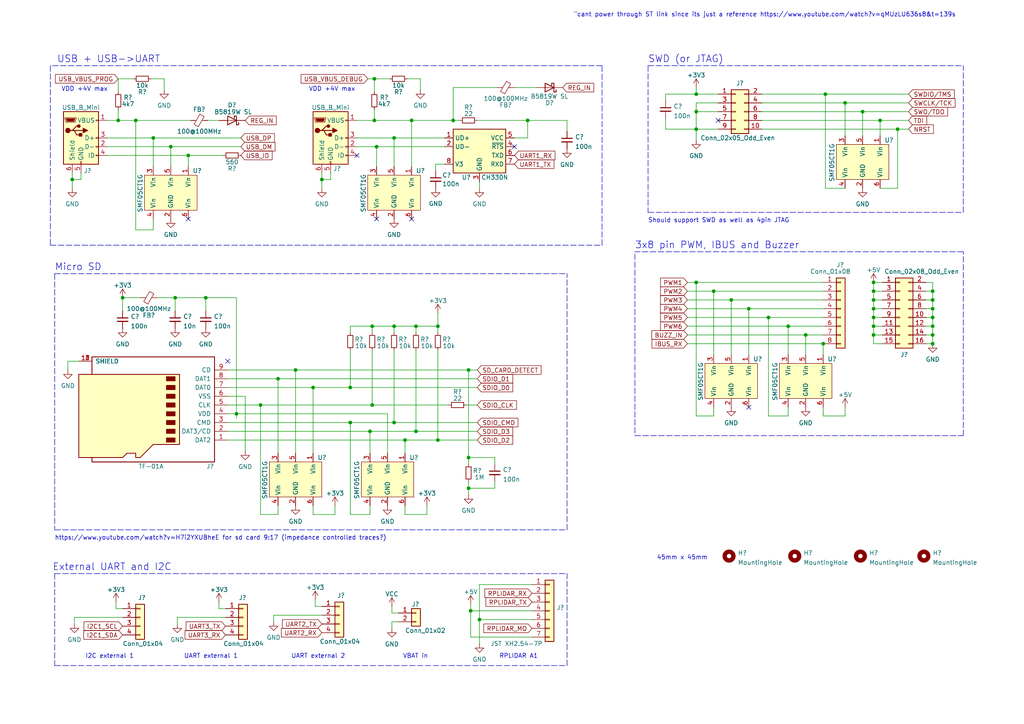
<source format=kicad_sch>
(kicad_sch (version 20211123) (generator eeschema)
  (paper "A4")
  (lib_symbols
    (symbol "CH330N_1"
      (property "Reference" "U" (at -7.62 6.35 0))
      (property "Value" "CH330N_1" (at 7.62 6.35 0))
      (symbol "CH330N_1_1_1"
        (pin bidirectional line (at -10.16 2.54 0) (length 2.54) (name "UD+") (number "1"))
        (pin bidirectional line (at -10.16 0 0) (length 2.54) (name "UD-") (number "2"))
        (pin power_in line (at 0 -10.16 90) (length 2.54) (name "GND") (number "3"))
        (pin output line (at 10.16 0 180) (length 2.54) (name "~{RTS}") (number "4"))
        (pin power_in line (at 10.16 2.54 180) (length 2.54) (name "VCC") (number "5"))
        (pin output line (at 10.16 -2.54 180) (length 2.54) (name "TXD") (number "6"))
        (pin input line (at 10.16 -5.08 180) (length 2.54) (name "RXD") (number "7"))
        (pin passive line (at -10.16 -5.08 0) (length 2.54) (name "V3") (number "8"))
      )
    )
    (symbol "Connector:USB_B_Mini" (pin_names (offset 1.016))
      (property "Reference" "J" (at -5.08 11.43 0))
      (property "Value" "USB_B_Mini" (at -5.08 8.89 0))
      (symbol "USB_B_Mini_1_1"
        (pin power_out line (at 7.62 5.08 180) (length 2.54) (name "VBUS") (number "1"))
        (pin bidirectional line (at 7.62 -2.54 180) (length 2.54) (name "D-") (number "2"))
        (pin bidirectional line (at 7.62 0 180) (length 2.54) (name "D+") (number "3"))
        (pin passive line (at 7.62 -5.08 180) (length 2.54) (name "ID") (number "4"))
        (pin power_out line (at 0 -10.16 90) (length 2.54) (name "GND") (number "5"))
        (pin passive line (at -2.54 -10.16 90) (length 2.54) (name "Shield") (number "6"))
      )
    )
    (symbol "Connector_Generic:Conn_01x02" (pin_names (offset 1.016) hide)
      (property "Reference" "J" (at 0 2.54 0))
      (property "Value" "Conn_01x02" (at 0 -5.08 0))
      (symbol "Conn_01x02_1_1"
        (pin passive line (at -5.08 0 0) (length 3.81) (name "Pin_1") (number "1"))
        (pin passive line (at -5.08 -2.54 0) (length 3.81) (name "Pin_2") (number "2"))
      )
    )
    (symbol "Connector_Generic:Conn_01x04" (pin_names (offset 1.016) hide)
      (property "Reference" "J" (at 0 5.08 0))
      (property "Value" "Conn_01x04" (at 0 -7.62 0))
      (symbol "Conn_01x04_1_1"
        (pin passive line (at -5.08 2.54 0) (length 3.81) (name "Pin_1") (number "1"))
        (pin passive line (at -5.08 0 0) (length 3.81) (name "Pin_2") (number "2"))
        (pin passive line (at -5.08 -2.54 0) (length 3.81) (name "Pin_3") (number "3"))
        (pin passive line (at -5.08 -5.08 0) (length 3.81) (name "Pin_4") (number "4"))
      )
    )
    (symbol "Connector_Generic:Conn_01x07" (pin_names (offset 1.016) hide)
      (property "Reference" "J" (at 0 10.16 0))
      (property "Value" "Conn_01x07" (at 0 -10.16 0))
      (symbol "Conn_01x07_1_1"
        (pin passive line (at -5.08 7.62 0) (length 3.81) (name "Pin_1") (number "1"))
        (pin passive line (at -5.08 5.08 0) (length 3.81) (name "Pin_2") (number "2"))
        (pin passive line (at -5.08 2.54 0) (length 3.81) (name "Pin_3") (number "3"))
        (pin passive line (at -5.08 0 0) (length 3.81) (name "Pin_4") (number "4"))
        (pin passive line (at -5.08 -2.54 0) (length 3.81) (name "Pin_5") (number "5"))
        (pin passive line (at -5.08 -5.08 0) (length 3.81) (name "Pin_6") (number "6"))
        (pin passive line (at -5.08 -7.62 0) (length 3.81) (name "Pin_7") (number "7"))
      )
    )
    (symbol "Connector_Generic:Conn_01x08" (pin_names (offset 1.016) hide)
      (property "Reference" "J" (at 0 10.16 0))
      (property "Value" "Conn_01x08" (at 0 -12.7 0))
      (symbol "Conn_01x08_1_1"
        (pin passive line (at -5.08 7.62 0) (length 3.81) (name "Pin_1") (number "1"))
        (pin passive line (at -5.08 5.08 0) (length 3.81) (name "Pin_2") (number "2"))
        (pin passive line (at -5.08 2.54 0) (length 3.81) (name "Pin_3") (number "3"))
        (pin passive line (at -5.08 0 0) (length 3.81) (name "Pin_4") (number "4"))
        (pin passive line (at -5.08 -2.54 0) (length 3.81) (name "Pin_5") (number "5"))
        (pin passive line (at -5.08 -5.08 0) (length 3.81) (name "Pin_6") (number "6"))
        (pin passive line (at -5.08 -7.62 0) (length 3.81) (name "Pin_7") (number "7"))
        (pin passive line (at -5.08 -10.16 0) (length 3.81) (name "Pin_8") (number "8"))
      )
    )
    (symbol "Connector_Generic:Conn_02x05_Odd_Even" (pin_names (offset 1.016) hide)
      (property "Reference" "J" (at 1.27 7.62 0))
      (property "Value" "Conn_02x05_Odd_Even" (at 1.27 -7.62 0))
      (symbol "Conn_02x05_Odd_Even_1_1"
        (pin passive line (at -5.08 5.08 0) (length 3.81) (name "Pin_1") (number "1"))
        (pin passive line (at 7.62 -5.08 180) (length 3.81) (name "Pin_10") (number "10"))
        (pin passive line (at 7.62 5.08 180) (length 3.81) (name "Pin_2") (number "2"))
        (pin passive line (at -5.08 2.54 0) (length 3.81) (name "Pin_3") (number "3"))
        (pin passive line (at 7.62 2.54 180) (length 3.81) (name "Pin_4") (number "4"))
        (pin passive line (at -5.08 0 0) (length 3.81) (name "Pin_5") (number "5"))
        (pin passive line (at 7.62 0 180) (length 3.81) (name "Pin_6") (number "6"))
        (pin passive line (at -5.08 -2.54 0) (length 3.81) (name "Pin_7") (number "7"))
        (pin passive line (at 7.62 -2.54 180) (length 3.81) (name "Pin_8") (number "8"))
        (pin passive line (at -5.08 -5.08 0) (length 3.81) (name "Pin_9") (number "9"))
      )
    )
    (symbol "Connector_Generic:Conn_02x08_Odd_Even" (pin_names (offset 1.016) hide)
      (property "Reference" "J" (at 1.27 10.16 0))
      (property "Value" "Conn_02x08_Odd_Even" (at 1.27 -12.7 0))
      (symbol "Conn_02x08_Odd_Even_1_1"
        (pin passive line (at -5.08 7.62 0) (length 3.81) (name "Pin_1") (number "1"))
        (pin passive line (at 7.62 -2.54 180) (length 3.81) (name "Pin_10") (number "10"))
        (pin passive line (at -5.08 -5.08 0) (length 3.81) (name "Pin_11") (number "11"))
        (pin passive line (at 7.62 -5.08 180) (length 3.81) (name "Pin_12") (number "12"))
        (pin passive line (at -5.08 -7.62 0) (length 3.81) (name "Pin_13") (number "13"))
        (pin passive line (at 7.62 -7.62 180) (length 3.81) (name "Pin_14") (number "14"))
        (pin passive line (at -5.08 -10.16 0) (length 3.81) (name "Pin_15") (number "15"))
        (pin passive line (at 7.62 -10.16 180) (length 3.81) (name "Pin_16") (number "16"))
        (pin passive line (at 7.62 7.62 180) (length 3.81) (name "Pin_2") (number "2"))
        (pin passive line (at -5.08 5.08 0) (length 3.81) (name "Pin_3") (number "3"))
        (pin passive line (at 7.62 5.08 180) (length 3.81) (name "Pin_4") (number "4"))
        (pin passive line (at -5.08 2.54 0) (length 3.81) (name "Pin_5") (number "5"))
        (pin passive line (at 7.62 2.54 180) (length 3.81) (name "Pin_6") (number "6"))
        (pin passive line (at -5.08 0 0) (length 3.81) (name "Pin_7") (number "7"))
        (pin passive line (at 7.62 0 180) (length 3.81) (name "Pin_8") (number "8"))
        (pin passive line (at -5.08 -2.54 0) (length 3.81) (name "Pin_9") (number "9"))
      )
    )
    (symbol "Device:C_Small" (pin_numbers hide) (pin_names (offset 0.254) hide)
      (property "Reference" "C" (at 0.254 1.778 0))
      (property "Value" "C_Small" (at 0.254 -2.032 0))
      (symbol "C_Small_1_1"
        (pin passive line (at 0 2.54 270) (length 2.032) (name "~") (number "1"))
        (pin passive line (at 0 -2.54 90) (length 2.032) (name "~") (number "2"))
      )
    )
    (symbol "Device:FerriteBead_Small" (pin_numbers hide) (pin_names (offset 0))
      (property "Reference" "FB" (at 1.905 1.27 0))
      (property "Value" "FerriteBead_Small" (at 1.905 -1.27 0))
      (symbol "FerriteBead_Small_1_1"
        (pin passive line (at 0 2.54 270) (length 1.27) (name "~") (number "1"))
        (pin passive line (at 0 -2.54 90) (length 1.27) (name "~") (number "2"))
      )
    )
    (symbol "Device:R_Small" (pin_numbers hide) (pin_names (offset 0.254) hide)
      (property "Reference" "R" (at 0.762 0.508 0))
      (property "Value" "R_Small" (at 0.762 -1.016 0))
      (symbol "R_Small_1_1"
        (pin passive line (at 0 2.54 270) (length 0.762) (name "~") (number "1"))
        (pin passive line (at 0 -2.54 90) (length 0.762) (name "~") (number "2"))
      )
    )
    (symbol "Mechanical:MountingHole" (pin_names (offset 1.016))
      (property "Reference" "H" (at 0 5.08 0))
      (property "Value" "MountingHole" (at 0 3.175 0))
    )
    (symbol "flightController:B5819W SL" (pin_numbers hide) (pin_names (offset 1.016) hide)
      (property "Reference" "D" (at 0 2.54 0))
      (property "Value" "B5819W SL" (at 0 -2.54 0))
      (symbol "B5819W SL_1_1"
        (pin passive line (at -3.81 0 0) (length 2.54) (name "K") (number "1"))
        (pin passive line (at 3.81 0 180) (length 2.54) (name "A") (number "2"))
      )
    )
    (symbol "flightController:Micro_SD_Card" (pin_names (offset 1.016))
      (property "Reference" "J?" (at -0.635 20.4765 0))
      (property "Value" "Micro_SD_Card" (at -0.635 17.7014 0))
      (symbol "Micro_SD_Card_1_1"
        (pin bidirectional line (at -22.86 7.62 0) (length 3.81) (name "DAT2") (number "1"))
        (pin passive line (at 20.32 -15.24 180) (length 3.81) (name "SHIELD") (number "10"))
        (pin passive line (at 20.32 -15.24 180) (length 3.81) (name "SHIELD") (number "11"))
        (pin passive line (at 20.32 -15.24 180) (length 3.81) (name "SHIELD") (number "12"))
        (pin passive line (at 20.32 -15.24 180) (length 3.81) (name "SHIELD") (number "13"))
        (pin bidirectional line (at -22.86 5.08 0) (length 3.81) (name "DAT3/CD") (number "2"))
        (pin input line (at -22.86 2.54 0) (length 3.81) (name "CMD") (number "3"))
        (pin power_in line (at -22.86 0 0) (length 3.81) (name "VDD") (number "4"))
        (pin input line (at -22.86 -2.54 0) (length 3.81) (name "CLK") (number "5"))
        (pin power_in line (at -22.86 -5.08 0) (length 3.81) (name "VSS") (number "6"))
        (pin bidirectional line (at -22.86 -7.62 0) (length 3.81) (name "DAT0") (number "7"))
        (pin bidirectional line (at -22.86 -10.16 0) (length 3.81) (name "DAT1") (number "8"))
        (pin output line (at -22.86 -12.7 0) (length 3.81) (name "CD") (number "9"))
      )
    )
    (symbol "flightController:SMF05CT1G"
      (property "Reference" "U" (at 7.62 7.62 0))
      (property "Value" "SMF05CT1G" (at -10.16 0 90))
      (symbol "SMF05CT1G_1_1"
        (pin input line (at -5.08 -7.62 90) (length 2.54) (name "Vin") (number "1"))
        (pin output line (at 0 7.62 270) (length 2.54) (name "GND") (number "2"))
        (pin input line (at 5.08 -7.62 90) (length 2.54) (name "Vin") (number "3"))
        (pin input line (at 5.08 7.62 270) (length 2.54) (name "Vin") (number "4"))
        (pin input line (at 0 -7.62 90) (length 2.54) (name "Vin") (number "5"))
        (pin input line (at -5.08 7.62 270) (length 2.54) (name "Vin") (number "6"))
      )
    )
    (symbol "power:+3.3V" (power) (pin_names (offset 0))
      (property "Value" "+3.3V" (at 0 3.556 0))
      (symbol "+3.3V_1_1"
        (pin power_in line (at 0 0 90) (length 0) hide (name "+3V3") (number "1"))
      )
    )
    (symbol "power:+5V" (power) (pin_names (offset 0))
      (property "Value" "+5V" (at 0 3.556 0))
      (symbol "+5V_1_1"
        (pin power_in line (at 0 0 90) (length 0) hide (name "+5V") (number "1"))
      )
    )
    (symbol "power:GND" (power) (pin_names (offset 0))
      (property "Value" "GND" (at 0 -3.81 0))
      (symbol "GND_1_1"
        (pin power_in line (at 0 0 270) (length 0) hide (name "GND") (number "1"))
      )
    )
    (symbol "power:VCC" (power) (pin_names (offset 0))
      (property "Value" "VCC" (at 0 3.81 0))
      (symbol "VCC_1_1"
        (pin power_in line (at 0 0 90) (length 0) hide (name "VCC") (number "1"))
      )
    )
  )
  (junction (at 101.6 122.555))
  (junction (at 109.22 42.545))
  (junction (at 233.68 97.155))
  (junction (at 107.95 94.615))
  (junction (at 117.475 127.635))
  (junction (at 253.365 92.075))
  (junction (at 127 94.615))
  (junction (at 228.6 94.615))
  (junction (at 54.61 45.085))
  (junction (at 108.585 34.925))
  (junction (at 93.345 52.07))
  (junction (at 80.645 109.855))
  (junction (at 201.93 32.385))
  (junction (at 253.365 94.615))
  (junction (at 217.17 89.535))
  (junction (at 253.365 89.535))
  (junction (at 120.65 94.615))
  (junction (at 85.725 107.315))
  (junction (at 255.27 34.925))
  (junction (at 107.95 117.475))
  (junction (at 68.58 120.015))
  (junction (at 253.365 97.155))
  (junction (at 135.89 141.605))
  (junction (at 270.51 86.995))
  (junction (at 135.89 107.315))
  (junction (at 34.29 34.925))
  (junction (at 114.3 40.005))
  (junction (at 139.065 179.705))
  (junction (at 114.3 122.555))
  (junction (at 260.35 37.465))
  (junction (at 108.585 22.86))
  (junction (at 270.51 97.155))
  (junction (at 201.93 27.305))
  (junction (at 253.365 81.915))
  (junction (at 50.8 86.36))
  (junction (at 239.395 27.305))
  (junction (at 222.885 92.075))
  (junction (at 207.01 84.455))
  (junction (at 119.38 34.925))
  (junction (at 270.51 94.615))
  (junction (at 101.6 112.395))
  (junction (at 20.955 52.07))
  (junction (at 90.805 112.395))
  (junction (at 153.035 34.925))
  (junction (at 270.51 92.075))
  (junction (at 253.365 86.995))
  (junction (at 201.93 37.465))
  (junction (at 201.93 81.915))
  (junction (at 49.53 42.545))
  (junction (at 120.65 125.095))
  (junction (at 245.11 29.845))
  (junction (at 253.365 84.455))
  (junction (at 270.51 84.455))
  (junction (at 127 127.635))
  (junction (at 238.76 99.695))
  (junction (at 35.56 86.36))
  (junction (at 44.45 40.005))
  (junction (at 75.565 117.475))
  (junction (at 107.315 125.095))
  (junction (at 114.3 94.615))
  (junction (at 250.19 32.385))
  (junction (at 212.09 86.995))
  (junction (at 131.445 34.925))
  (junction (at 136.525 177.165))
  (junction (at 59.69 86.36))
  (junction (at 270.51 99.695))
  (junction (at 39.37 34.925))
  (junction (at 135.89 132.715))
  (junction (at 270.51 89.535))
  (no_connect (at 109.22 63.5))
  (no_connect (at 119.38 63.5))
  (no_connect (at 208.28 34.925))
  (no_connect (at 103.505 45.085))
  (no_connect (at 54.61 63.5))
  (no_connect (at 217.17 118.11))
  (no_connect (at 66.04 104.775))
  (no_connect (at 149.225 42.545))
  (wire (pts (xy 103.505 40.005) (xy 114.3 40.005)))
  (wire (pts (xy 59.69 86.36) (xy 59.69 90.17)))
  (polyline (pts (xy 14.605 19.05) (xy 14.605 71.12)))
  (wire (pts (xy 54.61 45.085) (xy 64.77 45.085)))
  (wire (pts (xy 149.225 25.4) (xy 155.575 25.4)))
  (wire (pts (xy 119.38 34.925) (xy 131.445 34.925)))
  (polyline (pts (xy 279.4 126.365) (xy 279.4 73.025)))
  (wire (pts (xy 208.28 29.845) (xy 201.93 29.845)))
  (wire (pts (xy 63.5 174.625) (xy 63.5 176.53)))
  (wire (pts (xy 85.725 107.315) (xy 135.89 107.315)))
  (wire (pts (xy 97.155 149.225) (xy 97.155 146.685)))
  (wire (pts (xy 239.395 54.61) (xy 239.395 27.305)))
  (wire (pts (xy 253.365 89.535) (xy 255.905 89.535)))
  (wire (pts (xy 199.39 81.915) (xy 201.93 81.915)))
  (wire (pts (xy 253.365 81.915) (xy 253.365 84.455)))
  (wire (pts (xy 33.655 176.53) (xy 35.56 176.53)))
  (wire (pts (xy 66.04 112.395) (xy 90.805 112.395)))
  (wire (pts (xy 139.065 179.705) (xy 154.305 179.705)))
  (wire (pts (xy 139.065 169.545) (xy 154.305 169.545)))
  (wire (pts (xy 207.01 84.455) (xy 238.76 84.455)))
  (wire (pts (xy 66.04 120.015) (xy 68.58 120.015)))
  (wire (pts (xy 75.565 117.475) (xy 107.95 117.475)))
  (wire (pts (xy 113.665 182.245) (xy 113.665 180.34)))
  (wire (pts (xy 199.39 84.455) (xy 207.01 84.455)))
  (wire (pts (xy 51.435 180.975) (xy 51.435 179.07)))
  (wire (pts (xy 80.645 109.855) (xy 80.645 131.445)))
  (wire (pts (xy 201.93 37.465) (xy 201.93 32.385)))
  (wire (pts (xy 31.115 34.925) (xy 34.29 34.925)))
  (wire (pts (xy 201.93 37.465) (xy 208.28 37.465)))
  (wire (pts (xy 270.51 84.455) (xy 270.51 81.915)))
  (wire (pts (xy 45.72 86.36) (xy 50.8 86.36)))
  (wire (pts (xy 20.955 50.165) (xy 20.955 52.07)))
  (wire (pts (xy 220.98 27.305) (xy 239.395 27.305)))
  (polyline (pts (xy 15.875 166.37) (xy 15.875 193.04)))
  (wire (pts (xy 68.58 86.36) (xy 68.58 120.015)))
  (wire (pts (xy 253.365 89.535) (xy 253.365 92.075)))
  (wire (pts (xy 106.68 22.86) (xy 108.585 22.86)))
  (wire (pts (xy 253.365 99.695) (xy 255.905 99.695)))
  (wire (pts (xy 34.29 26.67) (xy 34.29 22.86)))
  (wire (pts (xy 253.365 94.615) (xy 255.905 94.615)))
  (wire (pts (xy 127 94.615) (xy 127 96.52)))
  (wire (pts (xy 66.04 125.095) (xy 107.315 125.095)))
  (wire (pts (xy 126.365 47.625) (xy 126.365 49.53)))
  (wire (pts (xy 268.605 97.155) (xy 270.51 97.155)))
  (wire (pts (xy 268.605 89.535) (xy 270.51 89.535)))
  (wire (pts (xy 128.905 47.625) (xy 126.365 47.625)))
  (polyline (pts (xy 15.875 166.37) (xy 164.465 166.37)))
  (wire (pts (xy 49.53 42.545) (xy 49.53 48.26)))
  (wire (pts (xy 118.11 22.86) (xy 121.92 22.86)))
  (wire (pts (xy 212.09 86.995) (xy 238.76 86.995)))
  (wire (pts (xy 250.19 32.385) (xy 250.19 39.37)))
  (wire (pts (xy 270.51 86.995) (xy 270.51 84.455)))
  (wire (pts (xy 233.68 97.155) (xy 233.68 102.87)))
  (wire (pts (xy 117.475 127.635) (xy 127 127.635)))
  (wire (pts (xy 201.93 25.4) (xy 201.93 27.305)))
  (wire (pts (xy 139.065 169.545) (xy 139.065 179.705)))
  (wire (pts (xy 233.68 97.155) (xy 238.76 97.155)))
  (wire (pts (xy 193.04 34.29) (xy 193.04 37.465)))
  (wire (pts (xy 201.93 27.305) (xy 208.28 27.305)))
  (wire (pts (xy 44.45 40.005) (xy 44.45 48.26)))
  (wire (pts (xy 107.95 94.615) (xy 107.95 96.52)))
  (wire (pts (xy 131.445 25.4) (xy 131.445 34.925)))
  (wire (pts (xy 270.51 94.615) (xy 270.51 92.075)))
  (wire (pts (xy 101.6 96.52) (xy 101.6 94.615)))
  (wire (pts (xy 49.53 42.545) (xy 69.85 42.545)))
  (wire (pts (xy 144.145 25.4) (xy 131.445 25.4)))
  (wire (pts (xy 80.645 149.225) (xy 80.645 146.685)))
  (wire (pts (xy 253.365 86.995) (xy 255.905 86.995)))
  (wire (pts (xy 66.04 114.935) (xy 71.12 114.935)))
  (wire (pts (xy 253.365 86.995) (xy 253.365 89.535)))
  (wire (pts (xy 108.585 34.925) (xy 119.38 34.925)))
  (wire (pts (xy 108.585 22.86) (xy 108.585 26.67)))
  (wire (pts (xy 71.12 130.81) (xy 71.12 114.935)))
  (wire (pts (xy 103.505 34.925) (xy 108.585 34.925)))
  (wire (pts (xy 123.825 149.225) (xy 123.825 146.685)))
  (wire (pts (xy 60.325 34.925) (xy 63.5 34.925)))
  (wire (pts (xy 201.93 32.385) (xy 208.28 32.385)))
  (wire (pts (xy 220.98 37.465) (xy 260.35 37.465)))
  (wire (pts (xy 114.3 122.555) (xy 138.43 122.555)))
  (wire (pts (xy 222.885 92.075) (xy 222.885 120.65)))
  (wire (pts (xy 263.525 34.925) (xy 255.27 34.925)))
  (wire (pts (xy 66.04 122.555) (xy 101.6 122.555)))
  (wire (pts (xy 120.65 94.615) (xy 127 94.615)))
  (wire (pts (xy 23.495 52.07) (xy 20.955 52.07)))
  (wire (pts (xy 199.39 89.535) (xy 217.17 89.535)))
  (wire (pts (xy 90.805 146.685) (xy 90.805 149.225)))
  (wire (pts (xy 108.585 22.86) (xy 113.03 22.86)))
  (wire (pts (xy 153.035 34.925) (xy 153.035 40.005)))
  (wire (pts (xy 253.365 97.155) (xy 253.365 99.695)))
  (wire (pts (xy 66.04 107.315) (xy 85.725 107.315)))
  (wire (pts (xy 31.115 40.005) (xy 44.45 40.005)))
  (wire (pts (xy 21.59 180.975) (xy 21.59 179.07)))
  (wire (pts (xy 95.885 52.07) (xy 93.345 52.07)))
  (wire (pts (xy 201.93 40.64) (xy 201.93 37.465)))
  (wire (pts (xy 101.6 94.615) (xy 107.95 94.615)))
  (wire (pts (xy 107.95 117.475) (xy 130.175 117.475)))
  (wire (pts (xy 255.27 54.61) (xy 260.35 54.61)))
  (wire (pts (xy 39.37 34.925) (xy 39.37 66.675)))
  (wire (pts (xy 143.51 132.715) (xy 135.89 132.715)))
  (wire (pts (xy 260.35 37.465) (xy 260.35 54.61)))
  (wire (pts (xy 270.51 89.535) (xy 270.51 86.995)))
  (wire (pts (xy 268.605 86.995) (xy 270.51 86.995)))
  (wire (pts (xy 114.3 101.6) (xy 114.3 122.555)))
  (wire (pts (xy 164.465 34.925) (xy 164.465 38.1)))
  (wire (pts (xy 95.885 50.165) (xy 95.885 52.07)))
  (polyline (pts (xy 187.96 61.595) (xy 279.4 61.595)))
  (wire (pts (xy 90.805 112.395) (xy 101.6 112.395)))
  (wire (pts (xy 238.76 99.695) (xy 238.76 102.87)))
  (wire (pts (xy 107.315 125.095) (xy 120.65 125.095)))
  (wire (pts (xy 44.45 66.675) (xy 39.37 66.675)))
  (wire (pts (xy 44.45 40.005) (xy 69.85 40.005)))
  (wire (pts (xy 90.805 149.225) (xy 97.155 149.225)))
  (wire (pts (xy 220.98 32.385) (xy 250.19 32.385)))
  (wire (pts (xy 139.065 52.705) (xy 139.065 54.61)))
  (wire (pts (xy 93.345 52.07) (xy 93.345 54.61)))
  (wire (pts (xy 135.89 107.315) (xy 135.89 132.715)))
  (wire (pts (xy 66.04 117.475) (xy 75.565 117.475)))
  (wire (pts (xy 135.89 107.315) (xy 138.43 107.315)))
  (wire (pts (xy 199.39 92.075) (xy 222.885 92.075)))
  (wire (pts (xy 33.655 174.625) (xy 33.655 176.53)))
  (wire (pts (xy 201.93 120.65) (xy 207.01 120.65)))
  (polyline (pts (xy 15.875 193.04) (xy 164.465 193.04)))
  (wire (pts (xy 114.3 94.615) (xy 114.3 96.52)))
  (wire (pts (xy 220.98 29.845) (xy 245.11 29.845)))
  (wire (pts (xy 245.11 29.845) (xy 245.11 39.37)))
  (wire (pts (xy 263.525 29.845) (xy 245.11 29.845)))
  (wire (pts (xy 31.115 45.085) (xy 54.61 45.085)))
  (wire (pts (xy 109.22 42.545) (xy 128.905 42.545)))
  (wire (pts (xy 31.115 42.545) (xy 49.53 42.545)))
  (wire (pts (xy 153.035 34.925) (xy 164.465 34.925)))
  (wire (pts (xy 270.51 97.155) (xy 270.51 94.615)))
  (wire (pts (xy 253.365 81.915) (xy 255.905 81.915)))
  (wire (pts (xy 101.6 112.395) (xy 138.43 112.395)))
  (wire (pts (xy 136.525 184.785) (xy 154.305 184.785)))
  (wire (pts (xy 222.885 92.075) (xy 238.76 92.075)))
  (wire (pts (xy 120.65 94.615) (xy 120.65 96.52)))
  (wire (pts (xy 238.76 118.11) (xy 238.76 120.65)))
  (polyline (pts (xy 15.875 79.375) (xy 15.875 153.67)))
  (wire (pts (xy 34.29 34.925) (xy 39.37 34.925)))
  (polyline (pts (xy 187.96 19.05) (xy 279.4 19.05)))
  (wire (pts (xy 44.45 63.5) (xy 44.45 66.675)))
  (wire (pts (xy 135.89 141.605) (xy 135.89 139.7)))
  (wire (pts (xy 63.5 176.53) (xy 65.405 176.53)))
  (wire (pts (xy 131.445 34.925) (xy 133.35 34.925)))
  (wire (pts (xy 268.605 94.615) (xy 270.51 94.615)))
  (wire (pts (xy 117.475 149.225) (xy 123.825 149.225)))
  (wire (pts (xy 149.225 40.005) (xy 153.035 40.005)))
  (wire (pts (xy 22.86 104.775) (xy 19.685 104.775)))
  (wire (pts (xy 263.525 27.305) (xy 239.395 27.305)))
  (wire (pts (xy 135.89 132.715) (xy 135.89 134.62)))
  (wire (pts (xy 201.93 27.305) (xy 193.04 27.305)))
  (wire (pts (xy 255.27 34.925) (xy 255.27 39.37)))
  (wire (pts (xy 143.51 134.62) (xy 143.51 132.715)))
  (wire (pts (xy 136.525 177.165) (xy 154.305 177.165)))
  (wire (pts (xy 228.6 120.65) (xy 222.885 120.65)))
  (wire (pts (xy 270.51 99.695) (xy 270.51 97.155)))
  (wire (pts (xy 43.815 22.86) (xy 47.625 22.86)))
  (wire (pts (xy 19.685 104.775) (xy 19.685 107.315)))
  (wire (pts (xy 50.8 86.36) (xy 59.69 86.36)))
  (wire (pts (xy 143.51 139.7) (xy 143.51 141.605)))
  (wire (pts (xy 135.89 141.605) (xy 135.89 143.51)))
  (wire (pts (xy 75.565 149.225) (xy 80.645 149.225)))
  (wire (pts (xy 270.51 92.075) (xy 270.51 89.535)))
  (wire (pts (xy 260.35 37.465) (xy 263.525 37.465)))
  (wire (pts (xy 108.585 34.925) (xy 108.585 31.75)))
  (wire (pts (xy 136.525 175.26) (xy 136.525 177.165)))
  (wire (pts (xy 136.525 184.785) (xy 136.525 177.165)))
  (wire (pts (xy 121.92 22.86) (xy 121.92 26.035)))
  (wire (pts (xy 127 90.805) (xy 127 94.615)))
  (wire (pts (xy 199.39 94.615) (xy 228.6 94.615)))
  (wire (pts (xy 268.605 99.695) (xy 270.51 99.695)))
  (polyline (pts (xy 279.4 61.595) (xy 279.4 19.05)))
  (wire (pts (xy 228.6 94.615) (xy 238.76 94.615)))
  (wire (pts (xy 51.435 179.07) (xy 65.405 179.07)))
  (wire (pts (xy 113.665 177.8) (xy 115.57 177.8)))
  (wire (pts (xy 54.61 45.085) (xy 54.61 48.26)))
  (wire (pts (xy 107.315 146.685) (xy 107.315 149.225)))
  (wire (pts (xy 253.365 92.075) (xy 253.365 94.615)))
  (wire (pts (xy 201.93 81.915) (xy 201.93 120.65)))
  (wire (pts (xy 39.37 34.925) (xy 55.245 34.925)))
  (wire (pts (xy 66.04 127.635) (xy 117.475 127.635)))
  (wire (pts (xy 20.955 52.07) (xy 20.955 54.61)))
  (wire (pts (xy 80.645 109.855) (xy 138.43 109.855)))
  (wire (pts (xy 34.29 22.86) (xy 38.735 22.86)))
  (wire (pts (xy 253.365 97.155) (xy 255.905 97.155)))
  (polyline (pts (xy 15.875 79.375) (xy 164.465 79.375)))
  (wire (pts (xy 117.475 127.635) (xy 117.475 131.445)))
  (wire (pts (xy 270.51 81.915) (xy 268.605 81.915)))
  (wire (pts (xy 127 101.6) (xy 127 127.635)))
  (wire (pts (xy 114.3 40.005) (xy 114.3 48.26)))
  (wire (pts (xy 114.3 40.005) (xy 128.905 40.005)))
  (wire (pts (xy 217.17 89.535) (xy 238.76 89.535)))
  (wire (pts (xy 101.6 101.6) (xy 101.6 112.395)))
  (wire (pts (xy 245.11 54.61) (xy 239.395 54.61)))
  (wire (pts (xy 85.725 107.315) (xy 85.725 131.445)))
  (wire (pts (xy 228.6 118.11) (xy 228.6 120.65)))
  (wire (pts (xy 238.76 120.65) (xy 245.11 120.65)))
  (wire (pts (xy 50.8 86.36) (xy 50.8 90.17)))
  (wire (pts (xy 253.365 94.615) (xy 253.365 97.155)))
  (wire (pts (xy 109.22 42.545) (xy 109.22 48.26)))
  (wire (pts (xy 120.65 101.6) (xy 120.65 125.095)))
  (wire (pts (xy 117.475 146.685) (xy 117.475 149.225)))
  (wire (pts (xy 199.39 97.155) (xy 233.68 97.155)))
  (polyline (pts (xy 174.625 71.12) (xy 174.625 19.05)))
  (wire (pts (xy 138.43 34.925) (xy 153.035 34.925)))
  (wire (pts (xy 199.39 86.995) (xy 212.09 86.995)))
  (wire (pts (xy 35.56 86.36) (xy 40.64 86.36)))
  (wire (pts (xy 228.6 94.615) (xy 228.6 102.87)))
  (wire (pts (xy 91.44 173.99) (xy 91.44 175.895)))
  (wire (pts (xy 245.11 120.65) (xy 245.11 118.11)))
  (wire (pts (xy 135.255 117.475) (xy 138.43 117.475)))
  (polyline (pts (xy 279.4 73.025) (xy 184.15 73.025)))
  (wire (pts (xy 201.93 29.845) (xy 201.93 32.385)))
  (wire (pts (xy 217.17 89.535) (xy 217.17 102.87)))
  (wire (pts (xy 68.58 121.285) (xy 68.58 120.015)))
  (polyline (pts (xy 187.96 19.05) (xy 187.96 61.595)))
  (wire (pts (xy 59.69 86.36) (xy 68.58 86.36)))
  (wire (pts (xy 268.605 92.075) (xy 270.51 92.075)))
  (wire (pts (xy 113.665 175.895) (xy 113.665 177.8)))
  (wire (pts (xy 68.58 120.015) (xy 112.395 120.015)))
  (wire (pts (xy 199.39 99.695) (xy 238.76 99.695)))
  (wire (pts (xy 212.09 86.995) (xy 212.09 102.87)))
  (wire (pts (xy 101.6 149.225) (xy 101.6 122.555)))
  (wire (pts (xy 112.395 131.445) (xy 112.395 120.015)))
  (wire (pts (xy 66.04 109.855) (xy 80.645 109.855)))
  (wire (pts (xy 21.59 179.07) (xy 35.56 179.07)))
  (polyline (pts (xy 164.465 193.04) (xy 164.465 166.37)))
  (polyline (pts (xy 14.605 71.12) (xy 174.625 71.12)))
  (wire (pts (xy 93.345 50.165) (xy 93.345 52.07)))
  (wire (pts (xy 139.065 179.705) (xy 139.065 186.69)))
  (wire (pts (xy 253.365 84.455) (xy 253.365 86.995)))
  (wire (pts (xy 23.495 50.165) (xy 23.495 52.07)))
  (wire (pts (xy 253.365 84.455) (xy 255.905 84.455)))
  (wire (pts (xy 120.65 125.095) (xy 138.43 125.095)))
  (polyline (pts (xy 184.15 73.66) (xy 184.15 126.365)))
  (wire (pts (xy 79.375 180.34) (xy 79.375 178.435)))
  (wire (pts (xy 79.375 178.435) (xy 93.345 178.435)))
  (wire (pts (xy 114.3 94.615) (xy 120.65 94.615)))
  (wire (pts (xy 34.29 34.925) (xy 34.29 31.75)))
  (wire (pts (xy 107.95 101.6) (xy 107.95 117.475)))
  (wire (pts (xy 107.315 149.225) (xy 101.6 149.225)))
  (wire (pts (xy 253.365 92.075) (xy 255.905 92.075)))
  (polyline (pts (xy 184.15 126.365) (xy 279.4 126.365)))
  (polyline (pts (xy 164.465 153.67) (xy 164.465 79.375)))
  (wire (pts (xy 250.19 32.385) (xy 263.525 32.385)))
  (wire (pts (xy 193.04 27.305) (xy 193.04 29.21)))
  (wire (pts (xy 103.505 42.545) (xy 109.22 42.545)))
  (wire (pts (xy 75.565 117.475) (xy 75.565 149.225)))
  (wire (pts (xy 207.01 120.65) (xy 207.01 118.11)))
  (wire (pts (xy 268.605 84.455) (xy 270.51 84.455)))
  (wire (pts (xy 119.38 34.925) (xy 119.38 48.26)))
  (wire (pts (xy 127 127.635) (xy 138.43 127.635)))
  (wire (pts (xy 207.01 84.455) (xy 207.01 102.87)))
  (polyline (pts (xy 174.625 19.05) (xy 14.605 19.05)))
  (wire (pts (xy 101.6 122.555) (xy 114.3 122.555)))
  (wire (pts (xy 201.93 81.915) (xy 238.76 81.915)))
  (wire (pts (xy 220.98 34.925) (xy 255.27 34.925)))
  (wire (pts (xy 107.95 94.615) (xy 114.3 94.615)))
  (wire (pts (xy 47.625 22.86) (xy 47.625 26.035)))
  (wire (pts (xy 107.315 125.095) (xy 107.315 131.445)))
  (wire (pts (xy 193.04 37.465) (xy 201.93 37.465)))
  (polyline (pts (xy 15.875 153.67) (xy 164.465 153.67)))
  (wire (pts (xy 91.44 175.895) (xy 93.345 175.895)))
  (wire (pts (xy 90.805 112.395) (xy 90.805 131.445)))
  (wire (pts (xy 113.665 180.34) (xy 115.57 180.34)))
  (wire (pts (xy 143.51 141.605) (xy 135.89 141.605)))
  (wire (pts (xy 35.56 86.36) (xy 35.56 90.17)))
  (text "https://www.youtube.com/watch?v=H7i2YXUBheE for sd card 9:17 (impedance controlled traces?)" (at 15.875 156.845 0) (effects (font (size 1.27 1.27)) (justify left bottom)))
  (text "VBAT in" (at 116.84 191.135 0) (effects (font (size 1.27 1.27)) (justify left bottom)))
  (text "UART external 2" (at 84.455 191.135 0) (effects (font (size 1.27 1.27)) (justify left bottom)))
  (text "\"cant power through ST link since its just a reference https://www.youtube.com/watch?v=qMUzLU636s8&t=139s" (at 166.37 5.08 0) (effects (font (size 1.27 1.27)) (justify left bottom)))
  (text "External UART and I2C" (at 15.24 165.735 0) (effects (font (size 2 2)) (justify left bottom)))
  (text "Micro SD" (at 15.875 78.74 0) (effects (font (size 2 2)) (justify left bottom)))
  (text "VDD +4V max" (at 89.535 26.67 0) (effects (font (size 1.27 1.27)) (justify left bottom)))
  (text "3x8 pin PWM, IBUS and Buzzer" (at 184.15 72.39 0) (effects (font (size 2 2)) (justify left bottom)))
  (text "VDD +4V max" (at 17.78 26.67 0) (effects (font (size 1.27 1.27)) (justify left bottom)))
  (text "I2C external 1" (at 24.765 191.135 0) (effects (font (size 1.27 1.27)) (justify left bottom)))
  (text "45mm x 45mm" (at 190.5 162.56 0) (effects (font (size 1.27 1.27)) (justify left bottom)))
  (text "RPLIDAR A1" (at 144.78 191.135 0) (effects (font (size 1.27 1.27)) (justify left bottom)))
  (text "Should support SWD as well as 4pin JTAG" (at 187.96 64.77 0) (effects (font (size 1.27 1.27)) (justify left bottom)))
  (text "SWD (or JTAG)" (at 187.96 18.415 0) (effects (font (size 2 2)) (justify left bottom)))
  (text "USB + USB->UART" (at 16.51 18.415 0) (effects (font (size 2 2)) (justify left bottom)))
  (text "UART external 1" (at 53.34 191.135 0) (effects (font (size 1.27 1.27)) (justify left bottom)))
  (global_label "TDI" (shape input) (at 263.525 34.925 0) (property "Intersheet References" "${INTERSHEET_REFS}" (effects hide)))
  (global_label "UART1_RX" (shape input) (at 149.225 45.085 0) (property "Intersheet References" "${INTERSHEET_REFS}" (effects hide)))
  (global_label "SDIO_CLK" (shape input) (at 138.43 117.475 0) (property "Intersheet References" "${INTERSHEET_REFS}" (effects hide)))
  (global_label "SDIO_D3" (shape input) (at 138.43 125.095 0) (property "Intersheet References" "${INTERSHEET_REFS}" (effects hide)))
  (global_label "SWDIO{slash}TMS" (shape input) (at 263.525 27.305 0) (property "Intersheet References" "${INTERSHEET_REFS}" (effects hide)))
  (global_label "USB_ID" (shape input) (at 69.85 45.085 0) (property "Intersheet References" "${INTERSHEET_REFS}" (effects hide)))
  (global_label "UART3_TX" (shape input) (at 65.405 181.61 180) (property "Intersheet References" "${INTERSHEET_REFS}" (effects hide)))
  (global_label "REG_IN" (shape input) (at 71.12 34.925 0) (property "Intersheet References" "${INTERSHEET_REFS}" (effects hide)))
  (global_label "PWM1" (shape input) (at 199.39 81.915 180) (property "Intersheet References" "${INTERSHEET_REFS}" (effects hide)))
  (global_label "SDIO_D2" (shape input) (at 138.43 127.635 0) (property "Intersheet References" "${INTERSHEET_REFS}" (effects hide)))
  (global_label "SWO{slash}TDO" (shape input) (at 263.525 32.385 0) (property "Intersheet References" "${INTERSHEET_REFS}" (effects hide)))
  (global_label "USB_DP" (shape input) (at 69.85 40.005 0) (property "Intersheet References" "${INTERSHEET_REFS}" (effects hide)))
  (global_label "USB_VBUS_DEBUG" (shape input) (at 106.68 22.86 180) (property "Intersheet References" "${INTERSHEET_REFS}" (effects hide)))
  (global_label "SWCLK{slash}TCK" (shape input) (at 263.525 29.845 0) (property "Intersheet References" "${INTERSHEET_REFS}" (effects hide)))
  (global_label "UART2_RX" (shape input) (at 93.345 183.515 180) (property "Intersheet References" "${INTERSHEET_REFS}" (effects hide)))
  (global_label "PWM4" (shape input) (at 199.39 89.535 180) (property "Intersheet References" "${INTERSHEET_REFS}" (effects hide)))
  (global_label "USB_DM" (shape input) (at 69.85 42.545 0) (property "Intersheet References" "${INTERSHEET_REFS}" (effects hide)))
  (global_label "RPLIDAR_RX" (shape input) (at 154.305 172.085 180) (property "Intersheet References" "${INTERSHEET_REFS}" (effects hide)))
  (global_label "RPLIDAR_TX" (shape input) (at 154.305 174.625 180) (property "Intersheet References" "${INTERSHEET_REFS}" (effects hide)))
  (global_label "SD_CARD_DETECT" (shape input) (at 138.43 107.315 0) (property "Intersheet References" "${INTERSHEET_REFS}" (effects hide)))
  (global_label "I2C1_SDA" (shape input) (at 35.56 184.15 180) (property "Intersheet References" "${INTERSHEET_REFS}" (effects hide)))
  (global_label "NRST" (shape input) (at 263.525 37.465 0) (property "Intersheet References" "${INTERSHEET_REFS}" (effects hide)))
  (global_label "IBUS_RX" (shape input) (at 199.39 99.695 180) (property "Intersheet References" "${INTERSHEET_REFS}" (effects hide)))
  (global_label "BUZZ_IN" (shape input) (at 199.39 97.155 180) (property "Intersheet References" "${INTERSHEET_REFS}" (effects hide)))
  (global_label "REG_IN" (shape input) (at 163.195 25.4 0) (property "Intersheet References" "${INTERSHEET_REFS}" (effects hide)))
  (global_label "UART3_RX" (shape input) (at 65.405 184.15 180) (property "Intersheet References" "${INTERSHEET_REFS}" (effects hide)))
  (global_label "UART1_TX" (shape input) (at 149.225 47.625 0) (property "Intersheet References" "${INTERSHEET_REFS}" (effects hide)))
  (global_label "PWM6" (shape input) (at 199.39 94.615 180) (property "Intersheet References" "${INTERSHEET_REFS}" (effects hide)))
  (global_label "SDIO_D1" (shape input) (at 138.43 109.855 0) (property "Intersheet References" "${INTERSHEET_REFS}" (effects hide)))
  (global_label "SDIO_D0" (shape input) (at 138.43 112.395 0) (property "Intersheet References" "${INTERSHEET_REFS}" (effects hide)))
  (global_label "SDIO_CMD" (shape input) (at 138.43 122.555 0) (property "Intersheet References" "${INTERSHEET_REFS}" (effects hide)))
  (global_label "PWM2" (shape input) (at 199.39 84.455 180) (property "Intersheet References" "${INTERSHEET_REFS}" (effects hide)))
  (global_label "RPLIDAR_MO" (shape input) (at 154.305 182.245 180) (property "Intersheet References" "${INTERSHEET_REFS}" (effects hide)))
  (global_label "UART2_TX" (shape input) (at 93.345 180.975 180) (property "Intersheet References" "${INTERSHEET_REFS}" (effects hide)))
  (global_label "USB_VBUS_PROG" (shape input) (at 34.29 22.86 180) (property "Intersheet References" "${INTERSHEET_REFS}" (effects hide)))
  (global_label "I2C1_SCL" (shape input) (at 35.56 181.61 180) (property "Intersheet References" "${INTERSHEET_REFS}" (effects hide)))
  (global_label "PWM5" (shape input) (at 199.39 92.075 180) (property "Intersheet References" "${INTERSHEET_REFS}" (effects hide)))
  (global_label "PWM3" (shape input) (at 199.39 86.995 180) (property "Intersheet References" "${INTERSHEET_REFS}" (effects hide)))
  (symbol (lib_name "CH330N_1") (lib_id "flightController:CH330N") (at 139.065 42.545 0) (unit 1)
    (property "Reference" "U?" (at 135.255 51.435 0))
    (property "Value" "CH330N" (at 143.51 51.435 0))
    (property "Footprint" "Package_SO:SOIC-8_3.9x4.9mm_P1.27mm" (effects hide))
    (property "Datasheet" "http://www.wch.cn/downloads/file/240.html" (effects hide))
  )
  (symbol (lib_id "power:+3.3V") (at 127 90.805 0) (unit 1)
    (property "Reference" "#PWR0142" (effects hide))
    (property "Value" "+3.3V" (at 127 87.2005 0))
  )
  (symbol (lib_id "Device:R_Small") (at 135.89 137.16 0) (unit 1)
    (property "Reference" "R?" (at 138.43 136.525 0))
    (property "Value" "1M" (at 139.065 138.43 0))
  )
  (symbol (lib_id "Device:R_Small") (at 108.585 29.21 180) (unit 1)
    (property "Reference" "R?" (at 111.4425 28.2575 0))
    (property "Value" "4k7" (at 111.4425 30.1625 0))
  )
  (symbol (lib_id "Device:R_Small") (at 41.275 22.86 90) (unit 1)
    (property "Reference" "R?" (at 41.275 26.67 90))
    (property "Value" "10k" (at 41.275 24.765 90))
  )
  (symbol (lib_id "power:GND") (at 93.345 54.61 0) (unit 1)
    (property "Reference" "#PWR0129" (effects hide))
    (property "Value" "GND" (at 93.345 59.1725 0))
  )
  (symbol (lib_id "flightController:SMF05CT1G") (at 49.53 55.88 180) (unit 1)
    (property "Reference" "U?" (at 55.88 49.53 0) (effects (justify right)))
    (property "Value" "SMF05CT1G" (at 40.64 61.595 90) (effects (justify right)))
    (property "Footprint" "Package_TO_SOT_SMD:SOT-363_SC-70-6" (effects hide))
    (property "Datasheet" "https://datasheet.lcsc.com/lcsc/1810311712_onsemi-SMF05CT1G_C15879.pdf" (effects hide))
  )
  (symbol (lib_id "power:GND") (at 85.725 146.685 0) (unit 1)
    (property "Reference" "#PWR0137" (effects hide))
    (property "Value" "GND" (at 85.725 151.2475 0))
  )
  (symbol (lib_id "Device:FerriteBead_Small") (at 43.18 86.36 90) (unit 1)
    (property "Reference" "FB?" (at 43.18 91.44 90))
    (property "Value" "100@100MHz" (at 43.18 89.535 90))
  )
  (symbol (lib_id "power:GND") (at 126.365 54.61 0) (unit 1)
    (property "Reference" "#PWR0131" (effects hide))
    (property "Value" "GND" (at 126.365 59.055 0))
  )
  (symbol (lib_id "Connector_Generic:Conn_01x04") (at 70.485 179.07 0) (unit 1)
    (property "Reference" "J?" (at 69.215 173.355 0) (effects (justify left)))
    (property "Value" "Conn_01x04" (at 64.77 186.69 0) (effects (justify left)))
  )
  (symbol (lib_id "power:+3.3V") (at 123.825 146.685 0) (unit 1)
    (property "Reference" "#PWR0146" (effects hide))
    (property "Value" "+3.3V" (at 123.825 143.0805 0))
  )
  (symbol (lib_id "flightController:SMF05CT1G") (at 85.725 139.065 180) (unit 1)
    (property "Reference" "U?" (at 92.075 132.715 0) (effects (justify right)))
    (property "Value" "SMF05CT1G" (at 76.835 144.78 90) (effects (justify right)))
    (property "Footprint" "Package_TO_SOT_SMD:SOT-363_SC-70-6" (effects hide))
    (property "Datasheet" "https://datasheet.lcsc.com/lcsc/1810311712_onsemi-SMF05CT1G_C15879.pdf" (effects hide))
  )
  (symbol (lib_id "Device:C_Small") (at 35.56 92.71 0) (unit 1)
    (property "Reference" "C?" (at 37.8841 91.8078 0) (effects (justify left)))
    (property "Value" "100n" (at 37.8841 94.5829 0) (effects (justify left)))
  )
  (symbol (lib_id "power:GND") (at 59.69 95.25 0) (unit 1)
    (property "Reference" "#PWR0132" (effects hide))
    (property "Value" "GND" (at 59.69 99.8125 0))
  )
  (symbol (lib_id "Connector:USB_B_Mini") (at 23.495 40.005 0) (unit 1)
    (property "Reference" "J?" (at 25.4 49.53 0))
    (property "Value" "USB_B_Mini" (at 23.495 31.1936 0))
    (property "Footprint" "Connector_USB:USB_Mini-B_Wuerth_65100516121_Horizontal" (effects hide))
  )
  (symbol (lib_id "power:GND") (at 49.53 63.5 0) (unit 1)
    (property "Reference" "#PWR?" (effects hide))
    (property "Value" "GND" (at 49.53 68.0625 0))
  )
  (symbol (lib_id "power:GND") (at 201.93 40.64 0) (unit 1)
    (property "Reference" "#PWR0144" (effects hide))
    (property "Value" "GND" (at 201.93 45.2025 0))
  )
  (symbol (lib_id "Device:R_Small") (at 107.95 99.06 0) (unit 1)
    (property "Reference" "R?" (at 110.49 98.425 0))
    (property "Value" "10k" (at 111.125 100.33 0))
  )
  (symbol (lib_id "power:GND") (at 113.665 182.245 0) (unit 1)
    (property "Reference" "#PWR?" (effects hide))
    (property "Value" "GND" (at 113.665 186.8075 0))
  )
  (symbol (lib_id "power:+3.3V") (at 33.655 174.625 0) (unit 1)
    (property "Reference" "#PWR?" (effects hide))
    (property "Value" "+3.3V" (at 33.655 171.0205 0))
  )
  (symbol (lib_id "Device:FerriteBead_Small") (at 57.785 34.925 90) (unit 1)
    (property "Reference" "FB?" (at 57.785 31.75 90))
    (property "Value" "100@100MHz" (at 57.785 38.1 90))
  )
  (symbol (lib_id "Connector_Generic:Conn_01x04") (at 98.425 178.435 0) (unit 1)
    (property "Reference" "J?" (at 97.79 172.72 0) (effects (justify left)))
    (property "Value" "Conn_01x04" (at 92.71 186.055 0) (effects (justify left)))
  )
  (symbol (lib_id "Mechanical:MountingHole") (at 211.455 161.29 0) (unit 1)
    (property "Reference" "H?" (at 213.995 160.3815 0) (effects (justify left)))
    (property "Value" "MountingHole" (at 213.995 163.1566 0) (effects (justify left)))
  )
  (symbol (lib_id "power:GND") (at 233.68 118.11 0) (unit 1)
    (property "Reference" "#PWR?" (effects hide))
    (property "Value" "GND" (at 233.68 122.6725 0))
  )
  (symbol (lib_id "Connector_Generic:Conn_01x02") (at 120.65 177.8 0) (unit 1)
    (property "Reference" "J?" (at 119.38 175.26 0) (effects (justify left)))
    (property "Value" "Conn_01x02" (at 117.475 182.88 0) (effects (justify left)))
  )
  (symbol (lib_id "flightController:B5819W SL") (at 67.31 34.925 180) (unit 1)
    (property "Reference" "D?" (at 67.31 30.48 0))
    (property "Value" "B5819W SL" (at 67.6275 32.4636 0))
    (property "Footprint" "Diode_SMD:D_SOD-123" (effects hide))
    (property "Datasheet" "https://datasheet.lcsc.com/lcsc/1809140216_Changjiang-Electronics-Tech--CJ-B5819W-SL_C8598.pdf" (effects hide))
  )
  (symbol (lib_id "Device:R_Small") (at 67.31 45.085 90) (unit 1)
    (property "Reference" "R?" (at 67.31 48.895 90))
    (property "Value" "560" (at 67.31 46.99 90))
  )
  (symbol (lib_id "flightController:SMF05CT1G") (at 233.68 110.49 180) (unit 1)
    (property "Reference" "U?" (at 240.03 104.14 0) (effects (justify right)))
    (property "Value" "SMF05CT1G" (at 224.79 116.205 90) (effects (justify right)))
    (property "Footprint" "Package_TO_SOT_SMD:SOT-363_SC-70-6" (effects hide))
    (property "Datasheet" "https://datasheet.lcsc.com/lcsc/1810311712_onsemi-SMF05CT1G_C15879.pdf" (effects hide))
  )
  (symbol (lib_id "power:GND") (at 121.92 26.035 0) (unit 1)
    (property "Reference" "#PWR?" (effects hide))
    (property "Value" "GND" (at 121.92 30.5975 0))
  )
  (symbol (lib_id "Device:C_Small") (at 126.365 52.07 0) (unit 1)
    (property "Reference" "C?" (at 128.27 50.8 0) (effects (justify left)))
    (property "Value" "100n" (at 128.27 53.34 0) (effects (justify left)))
  )
  (symbol (lib_id "power:GND") (at 139.065 186.69 0) (unit 1)
    (property "Reference" "#PWR?" (effects hide))
    (property "Value" "GND" (at 139.065 191.2525 0))
  )
  (symbol (lib_id "power:GND") (at 50.8 95.25 0) (unit 1)
    (property "Reference" "#PWR0140" (effects hide))
    (property "Value" "GND" (at 50.8 99.8125 0))
  )
  (symbol (lib_id "power:+5V") (at 245.11 118.11 0) (unit 1)
    (property "Reference" "#PWR?" (effects hide))
    (property "Value" "+5V" (at 245.11 114.5055 0))
  )
  (symbol (lib_id "Device:FerriteBead_Small") (at 146.685 25.4 90) (unit 1)
    (property "Reference" "FB?" (at 146.685 30.48 90))
    (property "Value" "100@100MHz" (at 146.685 28.575 90))
  )
  (symbol (lib_id "flightController:SMF05CT1G") (at 212.09 110.49 180) (unit 1)
    (property "Reference" "U?" (at 218.44 104.14 0) (effects (justify right)))
    (property "Value" "SMF05CT1G" (at 203.2 116.205 90) (effects (justify right)))
    (property "Footprint" "Package_TO_SOT_SMD:SOT-363_SC-70-6" (effects hide))
    (property "Datasheet" "https://datasheet.lcsc.com/lcsc/1810311712_onsemi-SMF05CT1G_C15879.pdf" (effects hide))
  )
  (symbol (lib_id "power:GND") (at 164.465 43.18 0) (unit 1)
    (property "Reference" "#PWR0134" (effects hide))
    (property "Value" "GND" (at 164.465 47.7425 0))
  )
  (symbol (lib_id "Connector_Generic:Conn_01x04") (at 40.64 179.07 0) (unit 1)
    (property "Reference" "J?" (at 40.005 173.355 0) (effects (justify left)))
    (property "Value" "Conn_01x04" (at 35.56 186.69 0) (effects (justify left)))
  )
  (symbol (lib_id "power:+3.3V") (at 201.93 25.4 0) (unit 1)
    (property "Reference" "#PWR0143" (effects hide))
    (property "Value" "+3.3V" (at 201.93 21.7955 0))
  )
  (symbol (lib_id "flightController:B5819W SL") (at 159.385 25.4 180) (unit 1)
    (property "Reference" "D?" (at 159.385 29.845 0))
    (property "Value" "B5819W SL" (at 159.385 27.94 0))
    (property "Footprint" "Diode_SMD:D_SOD-123" (effects hide))
    (property "Datasheet" "https://datasheet.lcsc.com/lcsc/1809140216_Changjiang-Electronics-Tech--CJ-B5819W-SL_C8598.pdf" (effects hide))
  )
  (symbol (lib_id "power:GND") (at 79.375 180.34 0) (unit 1)
    (property "Reference" "#PWR?" (effects hide))
    (property "Value" "GND" (at 79.375 184.9025 0))
  )
  (symbol (lib_id "power:GND") (at 20.955 54.61 0) (unit 1)
    (property "Reference" "#PWR0128" (effects hide))
    (property "Value" "GND" (at 20.955 59.1725 0))
  )
  (symbol (lib_id "Device:R_Small") (at 34.29 29.21 180) (unit 1)
    (property "Reference" "R?" (at 37.1475 28.2575 0))
    (property "Value" "4k7" (at 37.1475 30.1625 0))
  )
  (symbol (lib_id "power:+3.3V") (at 91.44 173.99 0) (unit 1)
    (property "Reference" "#PWR?" (effects hide))
    (property "Value" "+3.3V" (at 91.44 170.3855 0))
  )
  (symbol (lib_id "power:+5V") (at 136.525 175.26 0) (unit 1)
    (property "Reference" "#PWR?" (effects hide))
    (property "Value" "+5V" (at 136.525 171.6555 0))
  )
  (symbol (lib_id "flightController:SMF05CT1G") (at 114.3 55.88 180) (unit 1)
    (property "Reference" "U?" (at 120.65 49.53 0) (effects (justify right)))
    (property "Value" "SMF05CT1G" (at 105.41 61.595 90) (effects (justify right)))
    (property "Footprint" "Package_TO_SOT_SMD:SOT-363_SC-70-6" (effects hide))
    (property "Datasheet" "https://datasheet.lcsc.com/lcsc/1810311712_onsemi-SMF05CT1G_C15879.pdf" (effects hide))
  )
  (symbol (lib_id "power:GND") (at 51.435 180.975 0) (unit 1)
    (property "Reference" "#PWR?" (effects hide))
    (property "Value" "GND" (at 51.435 185.5375 0))
  )
  (symbol (lib_id "flightController:SMF05CT1G") (at 112.395 139.065 180) (unit 1)
    (property "Reference" "U?" (at 118.745 132.715 0) (effects (justify right)))
    (property "Value" "SMF05CT1G" (at 103.505 144.78 90) (effects (justify right)))
    (property "Footprint" "Package_TO_SOT_SMD:SOT-363_SC-70-6" (effects hide))
    (property "Datasheet" "https://datasheet.lcsc.com/lcsc/1810311712_onsemi-SMF05CT1G_C15879.pdf" (effects hide))
  )
  (symbol (lib_id "Connector:USB_B_Mini") (at 95.885 40.005 0) (unit 1)
    (property "Reference" "J?" (at 97.79 48.895 0))
    (property "Value" "USB_B_Mini" (at 95.885 31.1936 0))
    (property "Footprint" "Connector_USB:USB_Mini-B_Wuerth_65100516121_Horizontal" (effects hide))
  )
  (symbol (lib_id "Device:R_Small") (at 120.65 99.06 0) (unit 1)
    (property "Reference" "R?" (at 123.19 98.425 0))
    (property "Value" "10k" (at 123.825 100.33 0))
  )
  (symbol (lib_id "Connector_Generic:Conn_02x05_Odd_Even") (at 213.36 32.385 0) (unit 1)
    (property "Reference" "J?" (at 214.63 24.13 0))
    (property "Value" "Conn_02x05_Odd_Even" (at 213.995 40.005 0))
  )
  (symbol (lib_id "Device:C_Small") (at 164.465 40.64 0) (unit 1)
    (property "Reference" "C?" (at 166.7891 39.7378 0) (effects (justify left)))
    (property "Value" "100n" (at 166.7891 42.5129 0) (effects (justify left)))
  )
  (symbol (lib_id "power:GND") (at 71.12 130.81 0) (unit 1)
    (property "Reference" "#PWR0135" (effects hide))
    (property "Value" "GND" (at 71.12 135.3725 0))
  )
  (symbol (lib_id "Connector_Generic:Conn_01x07") (at 159.385 177.165 0) (unit 1)
    (property "Reference" "J?" (at 161.417 176.2565 0) (effects (justify left)))
    (property "Value" "JST XH2.54-7P" (at 142.24 186.69 0) (effects (justify left)))
  )
  (symbol (lib_id "Device:R_Small") (at 127 99.06 0) (unit 1)
    (property "Reference" "R?" (at 129.54 98.425 0))
    (property "Value" "10k" (at 130.175 100.33 0))
  )
  (symbol (lib_id "power:+3.3V") (at 63.5 174.625 0) (unit 1)
    (property "Reference" "#PWR?" (effects hide))
    (property "Value" "+3.3V" (at 63.5 171.0205 0))
  )
  (symbol (lib_id "power:GND") (at 21.59 180.975 0) (unit 1)
    (property "Reference" "#PWR?" (effects hide))
    (property "Value" "GND" (at 21.59 185.5375 0))
  )
  (symbol (lib_id "power:GND") (at 114.3 63.5 0) (unit 1)
    (property "Reference" "#PWR?" (effects hide))
    (property "Value" "GND" (at 114.3 68.0625 0))
  )
  (symbol (lib_id "Mechanical:MountingHole") (at 267.97 161.29 0) (unit 1)
    (property "Reference" "H?" (at 270.51 160.3815 0) (effects (justify left)))
    (property "Value" "MountingHole" (at 270.51 163.1566 0) (effects (justify left)))
  )
  (symbol (lib_id "power:GND") (at 212.09 118.11 0) (unit 1)
    (property "Reference" "#PWR?" (effects hide))
    (property "Value" "GND" (at 212.09 122.6725 0))
  )
  (symbol (lib_id "power:VCC") (at 113.665 175.895 0) (unit 1)
    (property "Reference" "#PWR?" (effects hide))
    (property "Value" "VCC" (at 113.665 172.2905 0))
  )
  (symbol (lib_id "Mechanical:MountingHole") (at 249.555 161.29 0) (unit 1)
    (property "Reference" "H?" (at 252.095 160.3815 0) (effects (justify left)))
    (property "Value" "MountingHole" (at 252.095 163.1566 0) (effects (justify left)))
  )
  (symbol (lib_id "Device:C_Small") (at 193.04 31.75 0) (unit 1)
    (property "Reference" "C?" (at 195.3641 30.8478 0) (effects (justify left)))
    (property "Value" "100n" (at 195.3641 33.6229 0) (effects (justify left)))
  )
  (symbol (lib_id "flightController:Micro_SD_Card") (at 43.18 120.015 180) (unit 1)
    (property "Reference" "J?" (at 60.96 135.255 0))
    (property "Value" "TF-01A" (at 43.815 135.255 0))
    (property "Footprint" "flightController:TF-01A" (effects hide))
    (property "Datasheet" "http://katalog.we-online.de/em/datasheet/693072010801.pdf" (effects hide))
  )
  (symbol (lib_id "Device:R_Small") (at 135.89 34.925 90) (unit 1)
    (property "Reference" "R?" (at 135.89 31.115 90))
    (property "Value" "22" (at 135.89 33.02 90))
  )
  (symbol (lib_id "Device:R_Small") (at 132.715 117.475 90) (unit 1)
    (property "Reference" "R?" (at 132.715 113.665 90))
    (property "Value" "22" (at 132.715 115.57 90))
  )
  (symbol (lib_id "power:+3.3V") (at 97.155 146.685 0) (unit 1)
    (property "Reference" "#PWR0136" (effects hide))
    (property "Value" "+3.3V" (at 97.155 143.0805 0))
  )
  (symbol (lib_id "power:GND") (at 135.89 143.51 0) (unit 1)
    (property "Reference" "#PWR0147" (effects hide))
    (property "Value" "GND" (at 135.89 148.0725 0))
  )
  (symbol (lib_id "Device:C_Small") (at 59.69 92.71 0) (unit 1)
    (property "Reference" "C?" (at 62.0141 91.8078 0) (effects (justify left)))
    (property "Value" "100n" (at 62.0141 94.5829 0) (effects (justify left)))
  )
  (symbol (lib_id "flightController:SMF05CT1G") (at 250.19 46.99 180) (unit 1)
    (property "Reference" "U?" (at 256.54 40.64 0) (effects (justify right)))
    (property "Value" "SMF05CT1G" (at 241.3 52.705 90) (effects (justify right)))
    (property "Footprint" "Package_TO_SOT_SMD:SOT-363_SC-70-6" (effects hide))
    (property "Datasheet" "https://datasheet.lcsc.com/lcsc/1810311712_onsemi-SMF05CT1G_C15879.pdf" (effects hide))
  )
  (symbol (lib_id "power:GND") (at 139.065 54.61 0) (unit 1)
    (property "Reference" "#PWR0130" (effects hide))
    (property "Value" "GND" (at 139.065 59.1725 0))
  )
  (symbol (lib_id "Device:R_Small") (at 101.6 99.06 0) (unit 1)
    (property "Reference" "R?" (at 104.14 98.425 0))
    (property "Value" "10k" (at 104.775 100.33 0))
  )
  (symbol (lib_id "power:GND") (at 250.19 54.61 0) (unit 1)
    (property "Reference" "#PWR0145" (effects hide))
    (property "Value" "GND" (at 250.19 59.1725 0))
  )
  (symbol (lib_id "Device:R_Small") (at 114.3 99.06 0) (unit 1)
    (property "Reference" "R?" (at 116.84 98.425 0))
    (property "Value" "10k" (at 117.475 100.33 0))
  )
  (symbol (lib_id "Mechanical:MountingHole") (at 230.505 161.29 0) (unit 1)
    (property "Reference" "H?" (at 233.045 160.3815 0) (effects (justify left)))
    (property "Value" "MountingHole" (at 233.045 163.1566 0) (effects (justify left)))
  )
  (symbol (lib_id "power:+3.3V") (at 35.56 86.36 0) (unit 1)
    (property "Reference" "#PWR0139" (effects hide))
    (property "Value" "+3.3V" (at 35.56 82.7555 0))
  )
  (symbol (lib_id "power:GND") (at 270.51 99.695 0) (unit 1)
    (property "Reference" "#PWR?" (effects hide))
    (property "Value" "GND" (at 270.51 104.2575 0))
  )
  (symbol (lib_id "Device:C_Small") (at 50.8 92.71 0) (unit 1)
    (property "Reference" "C?" (at 53.1241 91.8078 0) (effects (justify left)))
    (property "Value" "10n" (at 53.1241 94.5829 0) (effects (justify left)))
  )
  (symbol (lib_id "Device:C_Small") (at 143.51 137.16 0) (unit 1)
    (property "Reference" "C?" (at 145.8341 136.2578 0) (effects (justify left)))
    (property "Value" "100n" (at 145.8341 139.0329 0) (effects (justify left)))
  )
  (symbol (lib_id "Connector_Generic:Conn_02x08_Odd_Even") (at 260.985 89.535 0) (unit 1)
    (property "Reference" "J?" (at 262.255 102.87 0))
    (property "Value" "Conn_02x08_Odd_Even" (at 267.335 78.74 0))
  )
  (symbol (lib_id "power:GND") (at 35.56 95.25 0) (unit 1)
    (property "Reference" "#PWR0141" (effects hide))
    (property "Value" "GND" (at 35.56 99.8125 0))
  )
  (symbol (lib_id "power:+5V") (at 253.365 81.915 0) (unit 1)
    (property "Reference" "#PWR?" (effects hide))
    (property "Value" "+5V" (at 253.365 78.3105 0))
  )
  (symbol (lib_id "power:GND") (at 112.395 146.685 0) (unit 1)
    (property "Reference" "#PWR0138" (effects hide))
    (property "Value" "GND" (at 112.395 151.2475 0))
  )
  (symbol (lib_id "power:GND") (at 19.685 107.315 0) (unit 1)
    (property "Reference" "#PWR0133" (effects hide))
    (property "Value" "GND" (at 19.685 111.8775 0))
  )
  (symbol (lib_id "Device:R_Small") (at 115.57 22.86 90) (unit 1)
    (property "Reference" "R?" (at 115.57 26.67 90))
    (property "Value" "10k" (at 115.57 24.765 90))
  )
  (symbol (lib_id "Connector_Generic:Conn_01x08") (at 243.84 89.535 0) (unit 1)
    (property "Reference" "J?" (at 242.57 76.835 0) (effects (justify left)))
    (property "Value" "Conn_01x08" (at 234.95 78.74 0) (effects (justify left)))
  )
  (symbol (lib_id "power:GND") (at 47.625 26.035 0) (unit 1)
    (property "Reference" "#PWR?" (effects hide))
    (property "Value" "GND" (at 47.625 30.5975 0))
  )
)
</source>
